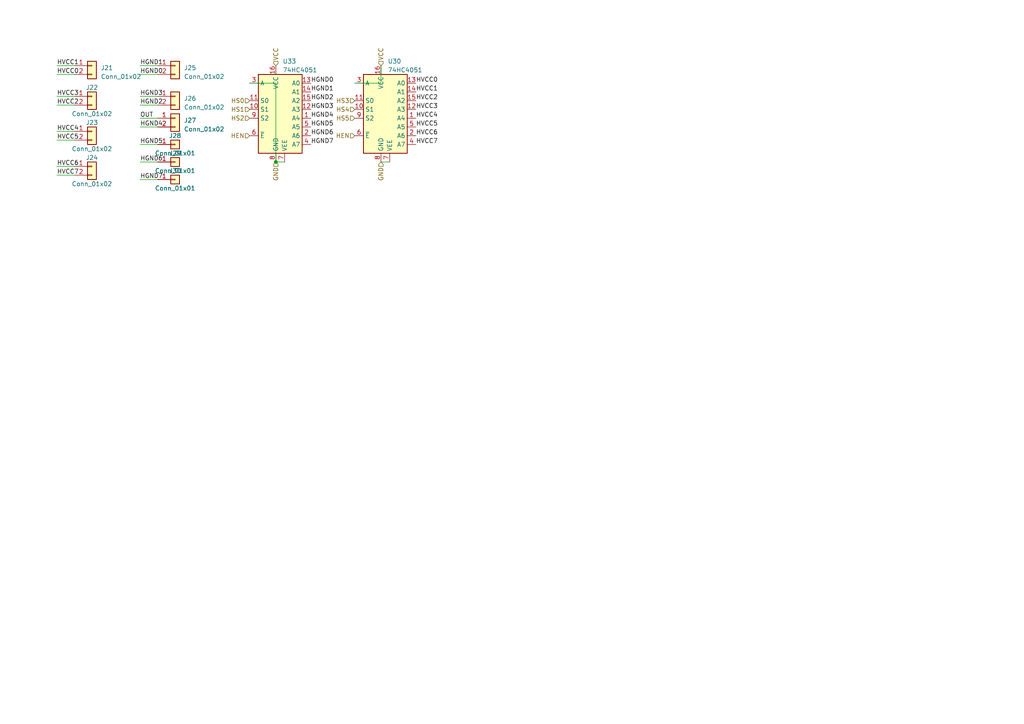
<source format=kicad_sch>
(kicad_sch (version 20230121) (generator eeschema)
  (paper "A4")
  (lib_symbols
    (symbol "74xx:74HC4051"
      (property "Reference" "U" (at -5.08 11.43 0))
      (property "Value" "74HC4051" (at -7.62 -13.97 0))
      (symbol "74HC4051_0_1"
        (rectangle (start -5.08 10.16) (end 7.62 -12.7) (stroke (width 0.254)) (fill (type background)))
      )
      (symbol "74HC4051_1_1"
        (pin passive line (at 10.16 -2.54 180) (length 2.54) (name "A4") (number "1"))
        (pin input line (at -7.62 0 0) (length 2.54) (name "S1") (number "10"))
        (pin input line (at -7.62 2.54 0) (length 2.54) (name "S0") (number "11"))
        (pin passive line (at 10.16 0 180) (length 2.54) (name "A3") (number "12"))
        (pin passive line (at 10.16 7.62 180) (length 2.54) (name "A0") (number "13"))
        (pin passive line (at 10.16 5.08 180) (length 2.54) (name "A1") (number "14"))
        (pin passive line (at 10.16 2.54 180) (length 2.54) (name "A2") (number "15"))
        (pin power_in line (at 0 12.7 270) (length 2.54) (name "VCC") (number "16"))
        (pin passive line (at 10.16 -7.62 180) (length 2.54) (name "A6") (number "2"))
        (pin passive line (at -7.62 7.62 0) (length 2.54) (name "A") (number "3"))
        (pin passive line (at 10.16 -10.16 180) (length 2.54) (name "A7") (number "4"))
        (pin passive line (at 10.16 -5.08 180) (length 2.54) (name "A5") (number "5"))
        (pin input line (at -7.62 -7.62 0) (length 2.54) (name "~{E}") (number "6"))
        (pin power_in line (at 2.54 -15.24 90) (length 2.54) (name "VEE") (number "7"))
        (pin power_in line (at 0 -15.24 90) (length 2.54) (name "GND") (number "8"))
        (pin input line (at -7.62 -2.54 0) (length 2.54) (name "S2") (number "9"))
      )
    )
    (symbol "Connector_Generic:Conn_01x01" (pin_names (offset 1.016) hide)
      (property "Reference" "J" (at 0 2.54 0))
      (property "Value" "Conn_01x01" (at 0 -2.54 0))
      (symbol "Conn_01x01_1_1"
        (rectangle (start -1.27 0.127) (end 0 -0.127) (stroke (width 0.1524)))
        (rectangle (start -1.27 1.27) (end 1.27 -1.27) (stroke (width 0.254)) (fill (type background)))
        (pin passive line (at -5.08 0 0) (length 3.81) (name "Pin_1") (number "1"))
      )
    )
    (symbol "Connector_Generic:Conn_01x02" (pin_names (offset 1.016) hide)
      (property "Reference" "J" (at 0 2.54 0))
      (property "Value" "Conn_01x02" (at 0 -5.08 0))
      (symbol "Conn_01x02_1_1"
        (rectangle (start -1.27 -2.413) (end 0 -2.667) (stroke (width 0.1524)))
        (rectangle (start -1.27 0.127) (end 0 -0.127) (stroke (width 0.1524)))
        (rectangle (start -1.27 1.27) (end 1.27 -3.81) (stroke (width 0.254)) (fill (type background)))
        (pin passive line (at -5.08 0 0) (length 3.81) (name "Pin_1") (number "1"))
        (pin passive line (at -5.08 -2.54 0) (length 3.81) (name "Pin_2") (number "2"))
      )
    )
  )
  (junction (at 80.01 46.99))
  (wire (pts (xy 16.51 19.05) (xy 21.59 19.05)))
  (wire (pts (xy 16.51 48.26) (xy 21.59 48.26)))
  (wire (pts (xy 72.39 24.13) (xy 80.01 24.13)))
  (wire (pts (xy 16.51 38.1) (xy 21.59 38.1)))
  (wire (pts (xy 80.01 46.99) (xy 82.55 46.99)))
  (wire (pts (xy 40.64 52.07) (xy 45.72 52.07)))
  (wire (pts (xy 16.51 40.64) (xy 21.59 40.64)))
  (wire (pts (xy 40.64 34.29) (xy 45.72 34.29)))
  (wire (pts (xy 40.64 46.99) (xy 45.72 46.99)))
  (wire (pts (xy 40.64 36.83) (xy 45.72 36.83)))
  (wire (pts (xy 40.64 41.91) (xy 45.72 41.91)))
  (wire (pts (xy 102.87 24.13) (xy 110.49 24.13)))
  (wire (pts (xy 16.51 30.48) (xy 21.59 30.48)))
  (wire (pts (xy 16.51 21.59) (xy 21.59 21.59)))
  (wire (pts (xy 40.64 30.48) (xy 45.72 30.48)))
  (wire (pts (xy 40.64 21.59) (xy 45.72 21.59)))
  (wire (pts (xy 16.51 50.8) (xy 21.59 50.8)))
  (wire (pts (xy 80.01 24.13) (xy 80.01 46.99)))
  (wire (pts (xy 110.49 46.99) (xy 113.03 46.99)))
  (wire (pts (xy 110.49 24.13) (xy 110.49 19.05)))
  (wire (pts (xy 40.64 19.05) (xy 45.72 19.05)))
  (wire (pts (xy 16.51 27.94) (xy 21.59 27.94)))
  (wire (pts (xy 40.64 27.94) (xy 45.72 27.94)))
  (label "HGND2" (at 90.17 29.21 0))
  (label "HVCC0" (at 16.51 21.59 0))
  (label "HGND1" (at 40.64 19.05 0))
  (label "HVCC4" (at 120.65 34.29 0))
  (label "HGND6" (at 40.64 46.99 0))
  (label "HGND1" (at 90.17 26.67 0))
  (label "HVCC6" (at 120.65 39.37 0))
  (label "HVCC6" (at 16.51 48.26 0))
  (label "HVCC5" (at 16.51 40.64 0))
  (label "HGND3" (at 90.17 31.75 0))
  (label "HGND0" (at 90.17 24.13 0))
  (label "HVCC4" (at 16.51 38.1 0))
  (label "HVCC3" (at 120.65 31.75 0))
  (label "HVCC1" (at 16.51 19.05 0))
  (label "HVCC5" (at 120.65 36.83 0))
  (label "OUT" (at 40.64 34.29 0))
  (label "HGND2" (at 40.64 30.48 0))
  (label "HGND5" (at 40.64 41.91 0))
  (label "HGND4" (at 40.64 36.83 0))
  (label "HVCC7" (at 120.65 41.91 0))
  (label "HVCC3" (at 16.51 27.94 0))
  (label "HGND7" (at 40.64 52.07 0))
  (label "HVCC2" (at 16.51 30.48 0))
  (label "HVCC0" (at 120.65 24.13 0))
  (label "HGND3" (at 40.64 27.94 0))
  (label "HGND7" (at 90.17 41.91 0))
  (label "HGND4" (at 90.17 34.29 0))
  (label "HVCC1" (at 120.65 26.67 0))
  (label "HVCC7" (at 16.51 50.8 0))
  (label "HGND6" (at 90.17 39.37 0))
  (label "HGND0" (at 40.64 21.59 0))
  (label "HVCC2" (at 120.65 29.21 0))
  (label "HGND5" (at 90.17 36.83 0))
  (hierarchical_label "HEN" (shape input) (at 72.39 39.37 180))
  (hierarchical_label "GND" (shape input) (at 80.01 46.99 270))
  (hierarchical_label "GND" (shape input) (at 110.49 46.99 270))
  (hierarchical_label "HS1" (shape input) (at 72.39 31.75 180))
  (hierarchical_label "VCC" (shape input) (at 110.49 19.05 90))
  (hierarchical_label "HS2" (shape input) (at 72.39 34.29 180))
  (hierarchical_label "HEN" (shape input) (at 102.87 39.37 180))
  (hierarchical_label "HS4" (shape input) (at 102.87 31.75 180))
  (hierarchical_label "HS0" (shape input) (at 72.39 29.21 180))
  (hierarchical_label "HS3" (shape input) (at 102.87 29.21 180))
  (hierarchical_label "VCC" (shape input) (at 80.01 19.05 90))
  (hierarchical_label "HS5" (shape input) (at 102.87 34.29 180))
  (symbol (lib_id "Connector_Generic:Conn_01x02") (at 26.67 19.05 0) (unit 1)
    (property "Reference" "J21" (at 29.21 19.685 0) (effects (justify left)))
    (property "Value" "Conn_01x02" (at 29.21 22.225 0) (effects (justify left)))
    (property "Footprint" "Connector_PinHeader_1.27mm:PinHeader_1x02_P1.27mm_Vertical" (effects hide))
    (instances (project "TacTile-lower" (path "" (reference "J21") (unit 1))) (project "TacTile-middle" (path "" (reference "J33") (unit 1))))
  )
  (symbol (lib_id "Connector_Generic:Conn_01x01") (at 50.8 52.07 0) (unit 1)
    (property "Reference" "J30" (at 50.8 49.53 0))
    (property "Value" "Conn_01x01" (at 50.8 54.61 0))
    (property "Footprint" "Connector_PinHeader_1.27mm:PinHeader_1x01_P1.27mm_Vertical" (effects hide))
    (instances (project "TacTile-lower" (path "" (reference "J30") (unit 1))) (project "TacTile-middle" (path "" (reference "J32") (unit 1)) (path "" (reference "J32") (unit 1)) (path "" (reference "J39") (unit 1))))
  )
  (symbol (lib_id "Connector_Generic:Conn_01x01") (at 50.8 41.91 0) (unit 1)
    (property "Reference" "J28" (at 50.8 39.37 0))
    (property "Value" "Conn_01x01" (at 50.8 44.45 0))
    (property "Footprint" "Connector_PinHeader_1.27mm:PinHeader_1x01_P1.27mm_Vertical" (effects hide))
    (instances (project "TacTile-lower" (path "" (reference "J28") (unit 1))) (project "TacTile-middle" (path "" (reference "J32") (unit 1)) (path "" (reference "J32") (unit 1)) (path "" (reference "J42") (unit 1))))
  )
  (symbol (lib_id "Connector_Generic:Conn_01x01") (at 50.8 46.99 0) (unit 1)
    (property "Reference" "J29" (at 50.8 44.45 0))
    (property "Value" "Conn_01x01" (at 50.8 49.53 0))
    (property "Footprint" "Connector_PinHeader_1.27mm:PinHeader_1x01_P1.27mm_Vertical" (effects hide))
    (instances (project "TacTile-lower" (path "" (reference "J29") (unit 1))) (project "TacTile-middle" (path "" (reference "J32") (unit 1)) (path "" (reference "J32") (unit 1)) (path "" (reference "J40") (unit 1))))
  )
  (symbol (lib_id "Connector_Generic:Conn_01x02") (at 50.8 34.29 0) (unit 1)
    (property "Reference" "J27" (at 53.34 34.925 0) (effects (justify left)))
    (property "Value" "Conn_01x02" (at 53.34 37.465 0) (effects (justify left)))
    (property "Footprint" "Connector_PinHeader_1.27mm:PinHeader_1x02_P1.27mm_Vertical" (effects hide))
    (instances (project "TacTile-lower" (path "" (reference "J27") (unit 1))) (project "TacTile-middle" (path "" (reference "J41") (unit 1))))
  )
  (symbol (lib_id "Connector_Generic:Conn_01x02") (at 50.8 27.94 0) (unit 1)
    (property "Reference" "J26" (at 53.34 28.575 0) (effects (justify left)))
    (property "Value" "Conn_01x02" (at 53.34 31.115 0) (effects (justify left)))
    (property "Footprint" "Connector_PinHeader_1.27mm:PinHeader_1x02_P1.27mm_Vertical" (effects hide))
    (instances (project "TacTile-lower" (path "" (reference "J26") (unit 1))) (project "TacTile-middle" (path "" (reference "J38") (unit 1))))
  )
  (symbol (lib_id "Connector_Generic:Conn_01x02") (at 26.67 48.26 0) (unit 1)
    (property "Reference" "J24" (at 26.67 45.72 0))
    (property "Value" "Conn_01x02" (at 26.67 53.34 0))
    (property "Footprint" "Connector_PinHeader_1.27mm:PinHeader_1x02_P1.27mm_Vertical" (effects hide))
    (instances (project "TacTile-lower" (path "" (reference "J24") (unit 1))) (project "TacTile-middle" (path "" (reference "J36") (unit 1))))
  )
  (symbol (lib_id "74xx:74HC4051") (at 110.49 31.75 0) (unit 1)
    (property "Reference" "U30" (at 112.4459 17.78 0) (effects (justify left)))
    (property "Value" "74HC4051" (at 112.4459 20.32 0) (effects (justify left)))
    (property "Datasheet" "http://www.ti.com/lit/ds/symlink/cd74hc4051.pdf" (effects hide))
  )
  (symbol (lib_id "Connector_Generic:Conn_01x02") (at 26.67 38.1 0) (unit 1)
    (property "Reference" "J23" (at 26.67 35.56 0))
    (property "Value" "Conn_01x02" (at 26.67 43.18 0))
    (property "Footprint" "Connector_PinHeader_1.27mm:PinHeader_1x02_P1.27mm_Vertical" (effects hide))
    (instances (project "TacTile-lower" (path "" (reference "J23") (unit 1))) (project "TacTile-middle" (path "" (reference "J35") (unit 1))))
  )
  (symbol (lib_id "Connector_Generic:Conn_01x02") (at 50.8 19.05 0) (unit 1)
    (property "Reference" "J25" (at 53.34 19.685 0) (effects (justify left)))
    (property "Value" "Conn_01x02" (at 53.34 22.225 0) (effects (justify left)))
    (property "Footprint" "Connector_PinHeader_1.27mm:PinHeader_1x02_P1.27mm_Vertical" (effects hide))
    (instances (project "TacTile-lower" (path "" (reference "J25") (unit 1))) (project "TacTile-middle" (path "" (reference "J37") (unit 1))))
  )
  (symbol (lib_id "74xx:74HC4051") (at 80.01 31.75 0) (unit 1)
    (property "Reference" "U33" (at 81.9659 17.78 0) (effects (justify left)))
    (property "Value" "74HC4051" (at 81.9659 20.32 0) (effects (justify left)))
    (property "Datasheet" "http://www.ti.com/lit/ds/symlink/cd74hc4051.pdf" (effects hide))
  )
  (symbol (lib_id "Connector_Generic:Conn_01x02") (at 26.67 27.94 0) (unit 1)
    (property "Reference" "J22" (at 26.67 25.4 0))
    (property "Value" "Conn_01x02" (at 26.67 33.02 0))
    (property "Footprint" "Connector_PinHeader_1.27mm:PinHeader_1x02_P1.27mm_Vertical" (effects hide))
    (instances (project "TacTile-lower" (path "" (reference "J22") (unit 1))) (project "TacTile-middle" (path "" (reference "J34") (unit 1))))
  )
)
</source>
